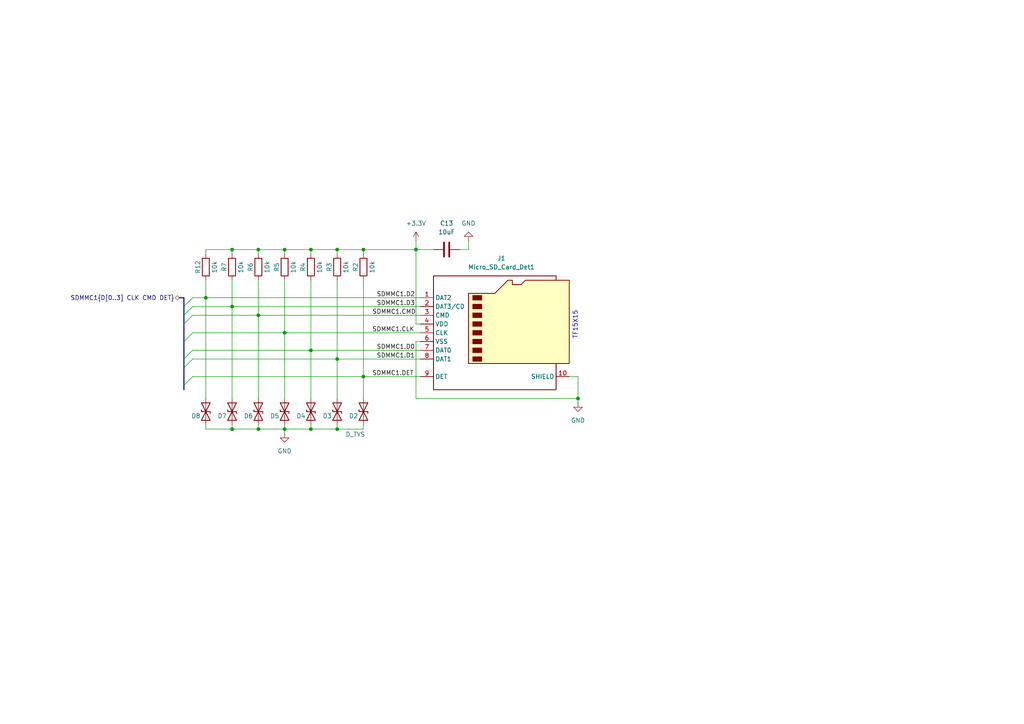
<source format=kicad_sch>
(kicad_sch (version 20250114) (generator "eeschema") (generator_version "9.0")
  (paper "A4")
  (lib_symbols
    (symbol "Connector:Micro_SD_Card_Det1"
      (property "Reference" "J" (at -16.51 17.78 0))
      (property "Value" "Micro_SD_Card_Det1" (at 16.51 17.78 0))
      (symbol "Micro_SD_Card_Det1_0_1"
        (polyline (pts (xy -8.89 -8.89) (xy -8.89 11.43) (xy -1.27 11.43) (xy 2.54 15.24) (xy 3.81 15.24) (xy 3.81 13.97) (xy 6.35 13.97) (xy 7.62 15.24) (xy 20.32 15.24) (xy 20.32 -8.89) (xy -8.89 -8.89)) (stroke (width 0.254)) (fill (type background)))
        (rectangle (start -7.62 10.795) (end -5.08 9.525) (stroke (width 0.254)) (fill (type outline)))
        (rectangle (start -7.62 8.255) (end -5.08 6.985) (stroke (width 0.254)) (fill (type outline)))
        (rectangle (start -7.62 5.715) (end -5.08 4.445) (stroke (width 0.254)) (fill (type outline)))
        (rectangle (start -7.62 3.175) (end -5.08 1.905) (stroke (width 0.254)) (fill (type outline)))
        (rectangle (start -7.62 0.635) (end -5.08 -0.635) (stroke (width 0.254)) (fill (type outline)))
        (rectangle (start -7.62 -1.905) (end -5.08 -3.175) (stroke (width 0.254)) (fill (type outline)))
        (rectangle (start -7.62 -4.445) (end -5.08 -5.715) (stroke (width 0.254)) (fill (type outline)))
        (rectangle (start -7.62 -6.985) (end -5.08 -8.255) (stroke (width 0.254)) (fill (type outline)))
        (polyline (pts (xy 16.51 15.24) (xy 16.51 16.51) (xy -19.05 16.51) (xy -19.05 -16.51) (xy 16.51 -16.51) (xy 16.51 -8.89)) (stroke (width 0.254)))
      )
      (symbol "Micro_SD_Card_Det1_1_1"
        (pin bidirectional line (at -22.86 10.16 0) (length 3.81) (name "DAT2") (number "1"))
        (pin bidirectional line (at -22.86 7.62 0) (length 3.81) (name "DAT3/CD") (number "2"))
        (pin input line (at -22.86 5.08 0) (length 3.81) (name "CMD") (number "3"))
        (pin power_in line (at -22.86 2.54 0) (length 3.81) (name "VDD") (number "4"))
        (pin input line (at -22.86 0 0) (length 3.81) (name "CLK") (number "5"))
        (pin power_in line (at -22.86 -2.54 0) (length 3.81) (name "VSS") (number "6"))
        (pin bidirectional line (at -22.86 -5.08 0) (length 3.81) (name "DAT0") (number "7"))
        (pin bidirectional line (at -22.86 -7.62 0) (length 3.81) (name "DAT1") (number "8"))
        (pin passive line (at -22.86 -12.7 0) (length 3.81) (name "DET") (number "9"))
        (pin passive line (at 20.32 -12.7 180) (length 3.81) (name "SHIELD") (number "10"))
      )
    )
    (symbol "Device:C" (pin_numbers (hide yes)) (pin_names (offset 0.254))
      (property "Reference" "C" (at 0.635 2.54 0))
      (property "Value" "C" (at 0.635 -2.54 0))
      (symbol "C_0_1"
        (polyline (pts (xy -2.032 0.762) (xy 2.032 0.762)) (stroke (width 0.508)))
        (polyline (pts (xy -2.032 -0.762) (xy 2.032 -0.762)) (stroke (width 0.508)))
      )
      (symbol "C_1_1"
        (pin passive line (at 0 3.81 270) (length 2.794) (name "~") (number "1"))
        (pin passive line (at 0 -3.81 90) (length 2.794) (name "~") (number "2"))
      )
    )
    (symbol "Device:D_TVS" (pin_numbers (hide yes)) (pin_names (offset 1.016) (hide yes))
      (property "Reference" "D" (at 0 2.54 0))
      (property "Value" "D_TVS" (at 0 -2.54 0))
      (symbol "D_TVS_0_1"
        (polyline (pts (xy -2.54 1.27) (xy -2.54 -1.27) (xy 2.54 1.27) (xy 2.54 -1.27) (xy -2.54 1.27)) (stroke (width 0.254)))
        (polyline (pts (xy 0.508 1.27) (xy 0 1.27) (xy 0 -1.27) (xy -0.508 -1.27)) (stroke (width 0.254)))
        (polyline (pts (xy 1.27 0) (xy -1.27 0)))
      )
      (symbol "D_TVS_1_1"
        (pin passive line (at -3.81 0 0) (length 2.54) (name "A1") (number "1"))
        (pin passive line (at 3.81 0 180) (length 2.54) (name "A2") (number "2"))
      )
    )
    (symbol "Device:R" (pin_numbers (hide yes)) (pin_names (offset 0))
      (property "Reference" "R" (at 2.032 0 90))
      (property "Value" "R" (at 0 0 90))
      (symbol "R_0_1"
        (rectangle (start -1.016 -2.54) (end 1.016 2.54) (stroke (width 0.254)))
      )
      (symbol "R_1_1"
        (pin passive line (at 0 3.81 270) (length 1.27) (name "~") (number "1"))
        (pin passive line (at 0 -3.81 90) (length 1.27) (name "~") (number "2"))
      )
    )
    (symbol "power:+3.3V" (power) (pin_numbers (hide yes)) (pin_names (offset 0) (hide yes))
      (property "Value" "+3.3V" (at 0 3.556 0))
      (symbol "+3.3V_0_1"
        (polyline (pts (xy -0.762 1.27) (xy 0 2.54)))
        (polyline (pts (xy 0 2.54) (xy 0.762 1.27)))
        (polyline (pts (xy 0 0) (xy 0 2.54)))
      )
      (symbol "+3.3V_1_1"
        (pin power_in line (at 0 0 90) (length 0) (name "~") (number "1"))
      )
    )
    (symbol "power:GND" (power) (pin_numbers (hide yes)) (pin_names (offset 0) (hide yes))
      (property "Value" "GND" (at 0 -3.81 0))
      (symbol "GND_0_1"
        (polyline (pts (xy 0 0) (xy 0 -1.27) (xy 1.27 -1.27) (xy 0 -2.54) (xy -1.27 -1.27) (xy 0 -1.27)))
      )
      (symbol "GND_1_1"
        (pin power_in line (at 0 0 270) (length 0) (name "~") (number "1"))
      )
    )
  )
  (text "TF15X15" (at 166.878 94.234 90) (effects (font (size 1.27 1.27))))
  (junction (at 97.79 124.46))
  (junction (at 67.31 124.46))
  (junction (at 97.79 72.39))
  (junction (at 82.55 124.46))
  (junction (at 167.64 115.57))
  (junction (at 90.17 72.39))
  (junction (at 90.17 101.6))
  (junction (at 97.79 104.14))
  (junction (at 105.41 109.22))
  (junction (at 59.69 86.36))
  (junction (at 82.55 96.52))
  (junction (at 74.93 91.44))
  (junction (at 82.55 72.39))
  (junction (at 90.17 124.46))
  (junction (at 74.93 72.39))
  (junction (at 120.65 72.39))
  (junction (at 74.93 124.46))
  (junction (at 105.41 72.39))
  (junction (at 67.31 88.9))
  (junction (at 67.31 72.39))
  (bus_entry (at 53.34 111.76) (size 2.54 -2.54))
  (bus_entry (at 53.34 91.44) (size 2.54 -2.54))
  (bus_entry (at 53.34 104.14) (size 2.54 -2.54))
  (bus_entry (at 53.34 99.06) (size 2.54 -2.54))
  (bus_entry (at 53.34 106.68) (size 2.54 -2.54))
  (bus_entry (at 53.34 88.9) (size 2.54 -2.54))
  (bus_entry (at 53.34 93.98) (size 2.54 -2.54))
  (wire (pts (xy 82.55 72.39) (xy 82.55 73.66)))
  (wire (pts (xy 55.88 109.22) (xy 105.41 109.22)))
  (wire (pts (xy 90.17 81.28) (xy 90.17 101.6)))
  (bus (pts (xy 53.34 86.36) (xy 53.34 88.9)))
  (wire (pts (xy 97.79 123.19) (xy 97.79 124.46)))
  (bus (pts (xy 53.34 91.44) (xy 53.34 93.98)))
  (wire (pts (xy 74.93 123.19) (xy 74.93 124.46)))
  (wire (pts (xy 167.64 115.57) (xy 167.64 109.22)))
  (wire (pts (xy 120.65 69.85) (xy 120.65 72.39)))
  (wire (pts (xy 74.93 115.57) (xy 74.93 91.44)))
  (wire (pts (xy 59.69 86.36) (xy 121.92 86.36)))
  (wire (pts (xy 55.88 96.52) (xy 82.55 96.52)))
  (wire (pts (xy 82.55 124.46) (xy 90.17 124.46)))
  (wire (pts (xy 82.55 96.52) (xy 121.92 96.52)))
  (wire (pts (xy 120.65 99.06) (xy 120.65 115.57)))
  (wire (pts (xy 97.79 115.57) (xy 97.79 104.14)))
  (wire (pts (xy 74.93 81.28) (xy 74.93 91.44)))
  (wire (pts (xy 105.41 81.28) (xy 105.41 109.22)))
  (wire (pts (xy 105.41 124.46) (xy 105.41 123.19)))
  (wire (pts (xy 90.17 124.46) (xy 97.79 124.46)))
  (wire (pts (xy 74.93 73.66) (xy 74.93 72.39)))
  (wire (pts (xy 121.92 99.06) (xy 120.65 99.06)))
  (wire (pts (xy 74.93 72.39) (xy 82.55 72.39)))
  (bus (pts (xy 53.34 88.9) (xy 53.34 91.44)))
  (wire (pts (xy 59.69 72.39) (xy 67.31 72.39)))
  (wire (pts (xy 55.88 104.14) (xy 97.79 104.14)))
  (wire (pts (xy 97.79 72.39) (xy 97.79 73.66)))
  (wire (pts (xy 67.31 124.46) (xy 74.93 124.46)))
  (bus (pts (xy 53.34 106.68) (xy 53.34 111.76)))
  (wire (pts (xy 90.17 101.6) (xy 121.92 101.6)))
  (wire (pts (xy 67.31 73.66) (xy 67.31 72.39)))
  (wire (pts (xy 55.88 86.36) (xy 59.69 86.36)))
  (wire (pts (xy 105.41 72.39) (xy 105.41 73.66)))
  (wire (pts (xy 67.31 88.9) (xy 67.31 115.57)))
  (wire (pts (xy 67.31 72.39) (xy 74.93 72.39)))
  (wire (pts (xy 97.79 81.28) (xy 97.79 104.14)))
  (wire (pts (xy 59.69 124.46) (xy 67.31 124.46)))
  (wire (pts (xy 90.17 123.19) (xy 90.17 124.46)))
  (wire (pts (xy 74.93 91.44) (xy 121.92 91.44)))
  (wire (pts (xy 55.88 88.9) (xy 67.31 88.9)))
  (wire (pts (xy 120.65 72.39) (xy 125.73 72.39)))
  (bus (pts (xy 53.34 104.14) (xy 53.34 106.68)))
  (wire (pts (xy 120.65 72.39) (xy 120.65 93.98)))
  (wire (pts (xy 55.88 91.44) (xy 74.93 91.44)))
  (wire (pts (xy 135.89 72.39) (xy 133.35 72.39)))
  (wire (pts (xy 55.88 101.6) (xy 90.17 101.6)))
  (wire (pts (xy 97.79 104.14) (xy 121.92 104.14)))
  (bus (pts (xy 53.34 111.76) (xy 53.34 113.03)))
  (wire (pts (xy 167.64 109.22) (xy 165.1 109.22)))
  (wire (pts (xy 67.31 123.19) (xy 67.31 124.46)))
  (wire (pts (xy 105.41 72.39) (xy 120.65 72.39)))
  (bus (pts (xy 52.07 86.36) (xy 53.34 86.36)))
  (wire (pts (xy 82.55 115.57) (xy 82.55 96.52)))
  (wire (pts (xy 97.79 124.46) (xy 105.41 124.46)))
  (wire (pts (xy 82.55 72.39) (xy 90.17 72.39)))
  (wire (pts (xy 67.31 81.28) (xy 67.31 88.9)))
  (wire (pts (xy 59.69 86.36) (xy 59.69 115.57)))
  (wire (pts (xy 135.89 69.85) (xy 135.89 72.39)))
  (wire (pts (xy 59.69 73.66) (xy 59.69 72.39)))
  (wire (pts (xy 59.69 123.19) (xy 59.69 124.46)))
  (wire (pts (xy 120.65 115.57) (xy 167.64 115.57)))
  (bus (pts (xy 53.34 99.06) (xy 53.34 104.14)))
  (wire (pts (xy 59.69 81.28) (xy 59.69 86.36)))
  (wire (pts (xy 105.41 109.22) (xy 121.92 109.22)))
  (wire (pts (xy 82.55 125.73) (xy 82.55 124.46)))
  (wire (pts (xy 120.65 93.98) (xy 121.92 93.98)))
  (wire (pts (xy 90.17 72.39) (xy 90.17 73.66)))
  (wire (pts (xy 97.79 72.39) (xy 105.41 72.39)))
  (wire (pts (xy 105.41 109.22) (xy 105.41 115.57)))
  (bus (pts (xy 53.34 93.98) (xy 53.34 99.06)))
  (wire (pts (xy 90.17 72.39) (xy 97.79 72.39)))
  (wire (pts (xy 82.55 123.19) (xy 82.55 124.46)))
  (wire (pts (xy 167.64 116.84) (xy 167.64 115.57)))
  (wire (pts (xy 82.55 81.28) (xy 82.55 96.52)))
  (wire (pts (xy 90.17 115.57) (xy 90.17 101.6)))
  (wire (pts (xy 67.31 88.9) (xy 121.92 88.9)))
  (wire (pts (xy 74.93 124.46) (xy 82.55 124.46)))
  (label "SDMMC1.CMD" (at 107.95 91.44 0))
  (label "SDMMC1.D1" (at 109.22 104.14 0))
  (label "SDMMC1.CLK" (at 107.95 96.52 0))
  (label "SDMMC1.DET" (at 107.95 109.22 0))
  (label "SDMMC1.D2" (at 109.22 86.36 0))
  (label "SDMMC1.D0" (at 109.22 101.6 0))
  (label "SDMMC1.D3" (at 109.22 88.9 0))
  (hierarchical_label "SDMMC1{D[0..3] CLK CMD DET}" (shape bidirectional) (at 52.07 86.36 180))
  (symbol (lib_id "Device:R") (at 74.93 77.47 180) (unit 1)
    (property "Reference" "R6" (at 72.644 77.47 90))
    (property "Value" "10k" (at 77.47 77.47 90))
    (property "Footprint" "Resistor_SMD:R_0402_1005Metric" (effects (hide yes)))
    (property "Description" "Resistor" (effects (hide yes)))
  )
  (symbol (lib_id "Device:R") (at 82.55 77.47 180) (unit 1)
    (property "Reference" "R5" (at 80.264 77.47 90))
    (property "Value" "10k" (at 85.09 77.47 90))
    (property "Footprint" "Resistor_SMD:R_0402_1005Metric" (effects (hide yes)))
    (property "Description" "Resistor" (effects (hide yes)))
  )
  (symbol (lib_id "Device:R") (at 59.69 77.47 180) (unit 1)
    (property "Reference" "R12" (at 57.404 77.47 90))
    (property "Value" "10k" (at 62.23 77.47 90))
    (property "Footprint" "Resistor_SMD:R_0402_1005Metric" (effects (hide yes)))
    (property "Description" "Resistor" (effects (hide yes)))
  )
  (symbol (lib_id "power:GND") (at 135.89 69.85 180) (unit 1)
    (property "Reference" "#PWR09" (effects (hide yes)))
    (property "Value" "GND" (at 135.89 64.77 0))
    (property "Description" "Power symbol creates a global label with name \"GND\" , ground" (effects (hide yes)))
  )
  (symbol (lib_id "Connector:Micro_SD_Card_Det1") (at 144.78 96.52 0) (unit 1)
    (property "Reference" "J1" (at 145.415 74.93 0))
    (property "Value" "Micro_SD_Card_Det1" (at 145.415 77.47 0))
    (property "Footprint" "easyeda2kicad:TF-SMD_TF-123-ARP9H15" (effects (hide yes)))
    (property "Datasheet" "https://datasheet.lcsc.com/lcsc/2110151630_XKB-Connectivity-XKTF-015-N_C381082.pdf" (effects (hide yes)))
    (property "Description" "Micro SD Card Socket with one card detection pin" (effects (hide yes)))
  )
  (symbol (lib_id "power:GND") (at 82.55 125.73 0) (unit 1)
    (property "Reference" "#PWR032" (effects (hide yes)))
    (property "Value" "GND" (at 82.55 130.81 0))
    (property "Description" "Power symbol creates a global label with name \"GND\" , ground" (effects (hide yes)))
  )
  (symbol (lib_id "Device:D_TVS") (at 105.41 119.38 90) (unit 1)
    (property "Reference" "D2" (at 103.886 120.65 90) (effects (justify left)))
    (property "Value" "D_TVS" (at 105.918 125.984 90) (effects (justify left)))
    (property "Footprint" "Diode_SMD:D_0402_1005Metric" (effects (hide yes)))
    (property "Description" "Bidirectional transient-voltage-suppression diode" (effects (hide yes)))
  )
  (symbol (lib_id "Device:R") (at 105.41 77.47 180) (unit 1)
    (property "Reference" "R2" (at 103.124 77.47 90))
    (property "Value" "10k" (at 107.95 77.47 90))
    (property "Footprint" "Resistor_SMD:R_0402_1005Metric" (effects (hide yes)))
    (property "Description" "Resistor" (effects (hide yes)))
  )
  (symbol (lib_id "Device:R") (at 67.31 77.47 180) (unit 1)
    (property "Reference" "R7" (at 65.024 77.47 90))
    (property "Value" "10k" (at 69.85 77.47 90))
    (property "Footprint" "Resistor_SMD:R_0402_1005Metric" (effects (hide yes)))
    (property "Description" "Resistor" (effects (hide yes)))
  )
  (symbol (lib_id "Device:D_TVS") (at 90.17 119.38 90) (unit 1)
    (property "Reference" "D4" (at 88.646 120.65 90) (effects (justify left)))
    (property "Value" "D_TVS" (effects (hide yes)))
    (property "Footprint" "Diode_SMD:D_0402_1005Metric" (effects (hide yes)))
    (property "Description" "Bidirectional transient-voltage-suppression diode" (effects (hide yes)))
  )
  (symbol (lib_id "Device:D_TVS") (at 59.69 119.38 90) (unit 1)
    (property "Reference" "D8" (at 58.166 120.65 90) (effects (justify left)))
    (property "Value" "D_TVS" (effects (hide yes)))
    (property "Footprint" "Diode_SMD:D_0402_1005Metric" (effects (hide yes)))
    (property "Description" "Bidirectional transient-voltage-suppression diode" (effects (hide yes)))
  )
  (symbol (lib_id "Device:D_TVS") (at 97.79 119.38 90) (unit 1)
    (property "Reference" "D3" (at 96.266 120.65 90) (effects (justify left)))
    (property "Value" "D_TVS" (effects (hide yes)))
    (property "Footprint" "Diode_SMD:D_0402_1005Metric" (effects (hide yes)))
    (property "Description" "Bidirectional transient-voltage-suppression diode" (effects (hide yes)))
  )
  (symbol (lib_id "power:GND") (at 167.64 116.84 0) (unit 1)
    (property "Reference" "#PWR011" (effects (hide yes)))
    (property "Value" "GND" (at 167.64 121.92 0))
    (property "Description" "Power symbol creates a global label with name \"GND\" , ground" (effects (hide yes)))
  )
  (symbol (lib_id "Device:D_TVS") (at 74.93 119.38 90) (unit 1)
    (property "Reference" "D6" (at 73.406 120.65 90) (effects (justify left)))
    (property "Value" "D_TVS" (effects (hide yes)))
    (property "Footprint" "Diode_SMD:D_0402_1005Metric" (effects (hide yes)))
    (property "Description" "Bidirectional transient-voltage-suppression diode" (effects (hide yes)))
  )
  (symbol (lib_id "power:+3.3V") (at 120.65 69.85 0) (unit 1)
    (property "Reference" "#PWR010" (effects (hide yes)))
    (property "Value" "+3.3V" (at 120.65 64.77 0))
    (property "Description" "Power symbol creates a global label with name \"+3.3V\"" (effects (hide yes)))
  )
  (symbol (lib_id "Device:R") (at 90.17 77.47 180) (unit 1)
    (property "Reference" "R4" (at 87.884 77.47 90))
    (property "Value" "10k" (at 92.71 77.47 90))
    (property "Footprint" "Resistor_SMD:R_0402_1005Metric" (effects (hide yes)))
    (property "Description" "Resistor" (effects (hide yes)))
  )
  (symbol (lib_id "Device:D_TVS") (at 82.55 119.38 90) (unit 1)
    (property "Reference" "D5" (at 81.026 120.65 90) (effects (justify left)))
    (property "Value" "D_TVS" (effects (hide yes)))
    (property "Footprint" "Diode_SMD:D_0402_1005Metric" (effects (hide yes)))
    (property "Description" "Bidirectional transient-voltage-suppression diode" (effects (hide yes)))
  )
  (symbol (lib_id "Device:D_TVS") (at 67.31 119.38 90) (unit 1)
    (property "Reference" "D7" (at 65.786 120.65 90) (effects (justify left)))
    (property "Value" "D_TVS" (effects (hide yes)))
    (property "Footprint" "Diode_SMD:D_0402_1005Metric" (effects (hide yes)))
    (property "Description" "Bidirectional transient-voltage-suppression diode" (effects (hide yes)))
  )
  (symbol (lib_id "Device:R") (at 97.79 77.47 180) (unit 1)
    (property "Reference" "R3" (at 95.504 77.47 90))
    (property "Value" "10k" (at 100.33 77.47 90))
    (property "Footprint" "Resistor_SMD:R_0402_1005Metric" (effects (hide yes)))
    (property "Description" "Resistor" (effects (hide yes)))
  )
  (symbol (lib_id "Device:C") (at 129.54 72.39 90) (unit 1)
    (property "Reference" "C13" (at 129.54 64.77 90))
    (property "Value" "10uF" (at 129.54 67.31 90))
    (property "Footprint" "Capacitor_SMD:C_0402_1005Metric" (effects (hide yes)))
    (property "Description" "Unpolarized capacitor" (effects (hide yes)))
  )
)
</source>
